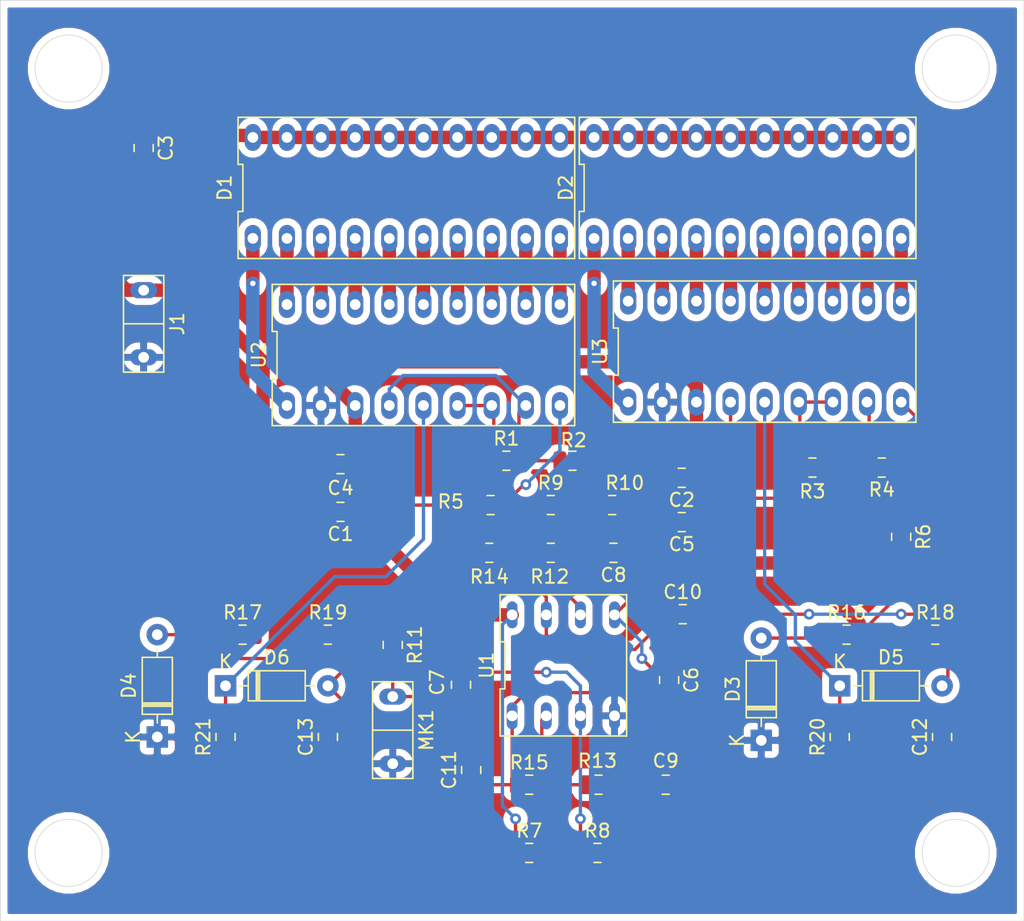
<source format=kicad_pcb>
(kicad_pcb (version 20171130) (host pcbnew "(5.1.6)-1")
  (layers (0 F.Cu signal hide) (31 B.Cu signal hide) (34 B.Paste user) (35 F.Paste user) (36 B.SilkS user) (37 F.SilkS user) (38 B.Mask user) (39 F.Mask user) (44 Edge.Cuts user))
  (net 0 "")
  (net 1 GND)
  (net 2 VCC)
  (net 3 Amp1_out)
  (net 4 Vop2)
  (net 5 "Net-(C7-Pad2)")
  (net 6 Vop1)
  (net 7 "Net-(C8-Pad2)")
  (net 8 "Net-(C9-Pad2)")
  (net 9 "Net-(C10-Pad2)")
  (net 10 "Net-(C10-Pad1)")
  (net 11 "Net-(C11-Pad2)")
  (net 12 Vpeak2)
  (net 13 Vpeak1)
  (net 14 "Net-(D1-Pad10)")
  (net 15 "Net-(D1-Pad9)")
  (net 16 "Net-(D1-Pad8)")
  (net 17 "Net-(D1-Pad7)")
  (net 18 "Net-(D1-Pad6)")
  (net 19 "Net-(D1-Pad5)")
  (net 20 "Net-(D1-Pad4)")
  (net 21 "Net-(D1-Pad3)")
  (net 22 "Net-(D1-Pad2)")
  (net 23 "Net-(D1-Pad1)")
  (net 24 "Net-(D2-Pad10)")
  (net 25 "Net-(D2-Pad9)")
  (net 26 "Net-(D2-Pad8)")
  (net 27 "Net-(D2-Pad7)")
  (net 28 "Net-(D2-Pad6)")
  (net 29 "Net-(D2-Pad5)")
  (net 30 "Net-(D2-Pad4)")
  (net 31 "Net-(D2-Pad3)")
  (net 32 "Net-(D2-Pad2)")
  (net 33 "Net-(D2-Pad1)")
  (net 34 "Net-(D3-Pad2)")
  (net 35 "Net-(D4-Pad2)")
  (net 36 "Net-(R1-Pad2)")
  (net 37 "Net-(R1-Pad1)")
  (net 38 "Net-(R3-Pad2)")
  (net 39 "Net-(R3-Pad1)")
  (net 40 "Net-(R5-Pad1)")
  (net 41 "Net-(R6-Pad1)")
  (net 42 "Net-(R12-Pad2)")
  (net 43 "Net-(R13-Pad2)")
  (module vu_meter:LM3915_PDIP (layer F.Cu) (at 138.176 54.102)
    (fp_text reference U3 (at -12.26 0 90) (layer F.SilkS))
    (fp_text value LM3915)
    (pad 9 thru_hole oval (at 10.16 3.76) (size 1.2 2) (drill 0.8) (layers *.Cu *.Mask) (net 41 "Net-(R6-Pad1)"))
    (pad 10 thru_hole oval (at 10.16 -3.76) (size 1.2 2) (drill 0.8) (layers *.Cu *.Mask) (net 24 "Net-(D2-Pad10)"))
    (pad 8 thru_hole oval (at 7.62 3.76) (size 1.2 2) (drill 0.8) (layers *.Cu *.Mask) (net 38 "Net-(R3-Pad2)"))
    (pad 11 thru_hole oval (at 7.62 -3.76) (size 1.2 2) (drill 0.8) (layers *.Cu *.Mask) (net 25 "Net-(D2-Pad9)"))
    (pad 7 thru_hole oval (at 5.08 3.76) (size 1.2 2) (drill 0.8) (layers *.Cu *.Mask) (net 39 "Net-(R3-Pad1)"))
    (pad 12 thru_hole oval (at 5.08 -3.76) (size 1.2 2) (drill 0.8) (layers *.Cu *.Mask) (net 26 "Net-(D2-Pad8)"))
    (pad 6 thru_hole oval (at 2.54 3.76) (size 1.2 2) (drill 0.8) (layers *.Cu *.Mask) (net 39 "Net-(R3-Pad1)"))
    (pad 13 thru_hole oval (at 2.54 -3.76) (size 1.2 2) (drill 0.8) (layers *.Cu *.Mask) (net 27 "Net-(D2-Pad7)"))
    (pad 5 thru_hole oval (at 0 3.76) (size 1.2 2) (drill 0.8) (layers *.Cu *.Mask) (net 12 Vpeak2))
    (pad 14 thru_hole oval (at 0 -3.76) (size 1.2 2) (drill 0.8) (layers *.Cu *.Mask) (net 28 "Net-(D2-Pad6)"))
    (pad 4 thru_hole oval (at -2.54 3.76) (size 1.2 2) (drill 0.8) (layers *.Cu *.Mask) (net 38 "Net-(R3-Pad2)"))
    (pad 15 thru_hole oval (at -2.54 -3.76) (size 1.2 2) (drill 0.8) (layers *.Cu *.Mask) (net 29 "Net-(D2-Pad5)"))
    (pad 3 thru_hole oval (at -5.08 3.76) (size 1.2 2) (drill 0.8) (layers *.Cu *.Mask) (net 2 VCC))
    (pad 16 thru_hole oval (at -5.08 -3.76) (size 1.2 2) (drill 0.8) (layers *.Cu *.Mask) (net 30 "Net-(D2-Pad4)"))
    (pad 2 thru_hole oval (at -7.62 3.76) (size 1.2 2) (drill 0.8) (layers *.Cu *.Mask) (net 1 GND))
    (pad 17 thru_hole oval (at -7.62 -3.76) (size 1.2 2) (drill 0.8) (layers *.Cu *.Mask) (net 31 "Net-(D2-Pad3)"))
    (pad 1 thru_hole oval (at -10.16 3.76) (size 1.2 2) (drill 0.8) (layers *.Cu *.Mask) (net 33 "Net-(D2-Pad1)"))
    (pad 18 thru_hole oval (at -10.16 -3.76) (size 1.2 2) (drill 0.8) (layers *.Cu *.Mask) (net 32 "Net-(D2-Pad2)"))
  )
  (module vu_meter:LM3915_PDIP (layer F.Cu) (at 112.776 54.356)
    (fp_text reference U2 (at -12.26 0 90) (layer F.SilkS))
    (fp_text value LM3915)
    (pad 9 thru_hole oval (at 10.16 3.76) (size 1.2 2) (drill 0.8) (layers *.Cu *.Mask) (net 40 "Net-(R5-Pad1)"))
    (pad 10 thru_hole oval (at 10.16 -3.76) (size 1.2 2) (drill 0.8) (layers *.Cu *.Mask) (net 14 "Net-(D1-Pad10)"))
    (pad 8 thru_hole oval (at 7.62 3.76) (size 1.2 2) (drill 0.8) (layers *.Cu *.Mask) (net 36 "Net-(R1-Pad2)"))
    (pad 11 thru_hole oval (at 7.62 -3.76) (size 1.2 2) (drill 0.8) (layers *.Cu *.Mask) (net 15 "Net-(D1-Pad9)"))
    (pad 7 thru_hole oval (at 5.08 3.76) (size 1.2 2) (drill 0.8) (layers *.Cu *.Mask) (net 37 "Net-(R1-Pad1)"))
    (pad 12 thru_hole oval (at 5.08 -3.76) (size 1.2 2) (drill 0.8) (layers *.Cu *.Mask) (net 16 "Net-(D1-Pad8)"))
    (pad 6 thru_hole oval (at 2.54 3.76) (size 1.2 2) (drill 0.8) (layers *.Cu *.Mask) (net 37 "Net-(R1-Pad1)"))
    (pad 13 thru_hole oval (at 2.54 -3.76) (size 1.2 2) (drill 0.8) (layers *.Cu *.Mask) (net 17 "Net-(D1-Pad7)"))
    (pad 5 thru_hole oval (at 0 3.76) (size 1.2 2) (drill 0.8) (layers *.Cu *.Mask) (net 13 Vpeak1))
    (pad 14 thru_hole oval (at 0 -3.76) (size 1.2 2) (drill 0.8) (layers *.Cu *.Mask) (net 18 "Net-(D1-Pad6)"))
    (pad 4 thru_hole oval (at -2.54 3.76) (size 1.2 2) (drill 0.8) (layers *.Cu *.Mask) (net 36 "Net-(R1-Pad2)"))
    (pad 15 thru_hole oval (at -2.54 -3.76) (size 1.2 2) (drill 0.8) (layers *.Cu *.Mask) (net 19 "Net-(D1-Pad5)"))
    (pad 3 thru_hole oval (at -5.08 3.76) (size 1.2 2) (drill 0.8) (layers *.Cu *.Mask) (net 2 VCC))
    (pad 16 thru_hole oval (at -5.08 -3.76) (size 1.2 2) (drill 0.8) (layers *.Cu *.Mask) (net 20 "Net-(D1-Pad4)"))
    (pad 2 thru_hole oval (at -7.62 3.76) (size 1.2 2) (drill 0.8) (layers *.Cu *.Mask) (net 1 GND))
    (pad 17 thru_hole oval (at -7.62 -3.76) (size 1.2 2) (drill 0.8) (layers *.Cu *.Mask) (net 21 "Net-(D1-Pad3)"))
    (pad 1 thru_hole oval (at -10.16 3.76) (size 1.2 2) (drill 0.8) (layers *.Cu *.Mask) (net 23 "Net-(D1-Pad1)"))
    (pad 18 thru_hole oval (at -10.16 -3.76) (size 1.2 2) (drill 0.8) (layers *.Cu *.Mask) (net 22 "Net-(D1-Pad2)"))
  )
  (module vu_meter:lm358 (layer F.Cu) (at 123.19 77.47)
    (fp_text reference U1 (at -5.71 0 90) (layer F.SilkS))
    (fp_text value LM358)
    (pad 4 thru_hole oval (at 3.81 3.76) (size 0.8 2) (drill 0.8) (layers *.Cu *.Mask) (net 1 GND))
    (pad 5 thru_hole oval (at 3.81 -3.76) (size 0.8 2) (drill 0.8) (layers *.Cu *.Mask) (net 4 Vop2))
    (pad 3 thru_hole oval (at 1.27 3.76) (size 0.8 2) (drill 0.8) (layers *.Cu *.Mask) (net 6 Vop1))
    (pad 6 thru_hole oval (at 1.27 -3.76) (size 0.8 2) (drill 0.8) (layers *.Cu *.Mask) (net 42 "Net-(R12-Pad2)"))
    (pad 2 thru_hole oval (at -1.27 3.76) (size 0.8 2) (drill 0.8) (layers *.Cu *.Mask) (net 43 "Net-(R13-Pad2)"))
    (pad 7 thru_hole oval (at -1.27 -3.76) (size 0.8 2) (drill 0.8) (layers *.Cu *.Mask) (net 10 "Net-(C10-Pad1)"))
    (pad 1 thru_hole oval (at -3.81 3.76) (size 0.8 2) (drill 0.8) (layers *.Cu *.Mask) (net 3 Amp1_out))
    (pad 8 thru_hole oval (at -3.81 -3.76) (size 0.8 2) (drill 0.8) (layers *.Cu *.Mask) (net 2 VCC))
  )
  (module Resistor_SMD:R_0805_2012Metric (layer F.Cu) (at 98.044 82.804 90)
    (fp_text reference R21 (at 0 -1.65 90) (layer F.SilkS))
    (fp_text value 1Meg)
    (pad 2 smd roundrect (at 0.9375 0 90) (size 0.975 1.4) (layers F.Cu F.Paste F.Mask) (net 13 Vpeak1))
    (pad 1 smd roundrect (at -0.9375 0 90) (size 0.975 1.4) (layers F.Cu F.Paste F.Mask) (net 1 GND))
  )
  (module Resistor_SMD:R_0805_2012Metric (layer F.Cu) (at 143.764 82.804 90)
    (fp_text reference R20 (at 0 -1.65 90) (layer F.SilkS))
    (fp_text value 1Meg)
    (pad 2 smd roundrect (at 0.9375 0 90) (size 0.975 1.4) (layers F.Cu F.Paste F.Mask) (net 12 Vpeak2))
    (pad 1 smd roundrect (at -0.9375 0 90) (size 0.975 1.4) (layers F.Cu F.Paste F.Mask) (net 1 GND))
  )
  (module Resistor_SMD:R_0805_2012Metric (layer F.Cu) (at 105.664 75.184)
    (fp_text reference R19 (at 0 -1.65) (layer F.SilkS))
    (fp_text value 2k)
    (pad 2 smd roundrect (at 0.9375 0) (size 0.975 1.4) (layers F.Cu F.Paste F.Mask) (net 11 "Net-(C11-Pad2)"))
    (pad 1 smd roundrect (at -0.9375 0) (size 0.975 1.4) (layers F.Cu F.Paste F.Mask) (net 35 "Net-(D4-Pad2)"))
  )
  (module Resistor_SMD:R_0805_2012Metric (layer F.Cu) (at 150.876 75.184)
    (fp_text reference R18 (at 0 -1.65) (layer F.SilkS))
    (fp_text value 2k)
    (pad 2 smd roundrect (at 0.9375 0) (size 0.975 1.4) (layers F.Cu F.Paste F.Mask) (net 9 "Net-(C10-Pad2)"))
    (pad 1 smd roundrect (at -0.9375 0) (size 0.975 1.4) (layers F.Cu F.Paste F.Mask) (net 34 "Net-(D3-Pad2)"))
  )
  (module Resistor_SMD:R_0805_2012Metric (layer F.Cu) (at 99.314 75.184)
    (fp_text reference R17 (at 0 -1.65) (layer F.SilkS))
    (fp_text value 2k)
    (pad 2 smd roundrect (at 0.9375 0) (size 0.975 1.4) (layers F.Cu F.Paste F.Mask) (net 2 VCC))
    (pad 1 smd roundrect (at -0.9375 0) (size 0.975 1.4) (layers F.Cu F.Paste F.Mask) (net 35 "Net-(D4-Pad2)"))
  )
  (module Resistor_SMD:R_0805_2012Metric (layer F.Cu) (at 144.272 75.184)
    (fp_text reference R16 (at 0 -1.65) (layer F.SilkS))
    (fp_text value 2k)
    (pad 2 smd roundrect (at 0.9375 0) (size 0.975 1.4) (layers F.Cu F.Paste F.Mask) (net 2 VCC))
    (pad 1 smd roundrect (at -0.9375 0) (size 0.975 1.4) (layers F.Cu F.Paste F.Mask) (net 34 "Net-(D3-Pad2)"))
  )
  (module Resistor_SMD:R_0805_2012Metric (layer F.Cu) (at 120.65 86.36)
    (fp_text reference R15 (at 0 -1.65) (layer F.SilkS))
    (fp_text value 1Meg)
    (pad 2 smd roundrect (at 0.9375 0) (size 0.975 1.4) (layers F.Cu F.Paste F.Mask) (net 43 "Net-(R13-Pad2)"))
    (pad 1 smd roundrect (at -0.9375 0) (size 0.975 1.4) (layers F.Cu F.Paste F.Mask) (net 3 Amp1_out))
  )
  (module Resistor_SMD:R_0805_2012Metric (layer F.Cu) (at 117.6805 69.088)
    (fp_text reference R14 (at 0 1.778) (layer F.SilkS))
    (fp_text value 1Meg)
    (pad 2 smd roundrect (at 0.9375 0) (size 0.975 1.4) (layers F.Cu F.Paste F.Mask) (net 42 "Net-(R12-Pad2)"))
    (pad 1 smd roundrect (at -0.9375 0) (size 0.975 1.4) (layers F.Cu F.Paste F.Mask) (net 10 "Net-(C10-Pad1)"))
  )
  (module Resistor_SMD:R_0805_2012Metric (layer F.Cu) (at 125.8085 86.36 180)
    (fp_text reference R13 (at 0.0785 1.778) (layer F.SilkS))
    (fp_text value 20k)
    (pad 2 smd roundrect (at 0.9375 0 180) (size 0.975 1.4) (layers F.Cu F.Paste F.Mask) (net 43 "Net-(R13-Pad2)"))
    (pad 1 smd roundrect (at -0.9375 0 180) (size 0.975 1.4) (layers F.Cu F.Paste F.Mask) (net 8 "Net-(C9-Pad2)"))
  )
  (module Resistor_SMD:R_0805_2012Metric (layer F.Cu) (at 122.2525 69.088 180)
    (fp_text reference R12 (at 0.0785 -1.778) (layer F.SilkS))
    (fp_text value 31.6k)
    (pad 2 smd roundrect (at 0.9375 0 180) (size 0.975 1.4) (layers F.Cu F.Paste F.Mask) (net 42 "Net-(R12-Pad2)"))
    (pad 1 smd roundrect (at -0.9375 0 180) (size 0.975 1.4) (layers F.Cu F.Paste F.Mask) (net 7 "Net-(C8-Pad2)"))
  )
  (module Resistor_SMD:R_0805_2012Metric (layer F.Cu) (at 110.49 75.946 270)
    (fp_text reference R11 (at 0 -1.65 270) (layer F.SilkS))
    (fp_text value 10k)
    (pad 2 smd roundrect (at 0.9375 0 270) (size 0.975 1.4) (layers F.Cu F.Paste F.Mask) (net 5 "Net-(C7-Pad2)"))
    (pad 1 smd roundrect (at -0.9375 0 270) (size 0.975 1.4) (layers F.Cu F.Paste F.Mask) (net 2 VCC))
  )
  (module Resistor_SMD:R_0805_2012Metric (layer F.Cu) (at 126.8245 65.532)
    (fp_text reference R10 (at 0.9375 -1.65) (layer F.SilkS))
    (fp_text value 47k)
    (pad 2 smd roundrect (at 0.9375 0) (size 0.975 1.4) (layers F.Cu F.Paste F.Mask) (net 1 GND))
    (pad 1 smd roundrect (at -0.9375 0) (size 0.975 1.4) (layers F.Cu F.Paste F.Mask) (net 4 Vop2))
  )
  (module Resistor_SMD:R_0805_2012Metric (layer F.Cu) (at 122.2525 65.532)
    (fp_text reference R9 (at 0 -1.65) (layer F.SilkS))
    (fp_text value 100k)
    (pad 2 smd roundrect (at 0.9375 0) (size 0.975 1.4) (layers F.Cu F.Paste F.Mask) (net 4 Vop2))
    (pad 1 smd roundrect (at -0.9375 0) (size 0.975 1.4) (layers F.Cu F.Paste F.Mask) (net 2 VCC))
  )
  (module Resistor_SMD:R_0805_2012Metric (layer F.Cu) (at 125.73 91.44)
    (fp_text reference R8 (at 0 -1.65) (layer F.SilkS))
    (fp_text value 47k)
    (pad 2 smd roundrect (at 0.9375 0) (size 0.975 1.4) (layers F.Cu F.Paste F.Mask) (net 1 GND))
    (pad 1 smd roundrect (at -0.9375 0) (size 0.975 1.4) (layers F.Cu F.Paste F.Mask) (net 6 Vop1))
  )
  (module Resistor_SMD:R_0805_2012Metric (layer F.Cu) (at 120.65 91.44)
    (fp_text reference R7 (at 0 -1.65) (layer F.SilkS))
    (fp_text value 100k)
    (pad 2 smd roundrect (at 0.9375 0) (size 0.975 1.4) (layers F.Cu F.Paste F.Mask) (net 6 Vop1))
    (pad 1 smd roundrect (at -0.9375 0) (size 0.975 1.4) (layers F.Cu F.Paste F.Mask) (net 2 VCC))
  )
  (module Resistor_SMD:R_0805_2012Metric (layer F.Cu) (at 148.336 67.8965 270)
    (fp_text reference R6 (at 0 -1.65 90) (layer F.SilkS))
    (fp_text value 10k)
    (pad 2 smd roundrect (at 0.9375 0 270) (size 0.975 1.4) (layers F.Cu F.Paste F.Mask) (net 2 VCC))
    (pad 1 smd roundrect (at -0.9375 0 270) (size 0.975 1.4) (layers F.Cu F.Paste F.Mask) (net 41 "Net-(R6-Pad1)"))
  )
  (module Resistor_SMD:R_0805_2012Metric (layer F.Cu) (at 117.7775 65.532 180)
    (fp_text reference R5 (at 2.9695 0.254) (layer F.SilkS))
    (fp_text value 10k)
    (pad 2 smd roundrect (at 0.9375 0 180) (size 0.975 1.4) (layers F.Cu F.Paste F.Mask) (net 2 VCC))
    (pad 1 smd roundrect (at -0.9375 0 180) (size 0.975 1.4) (layers F.Cu F.Paste F.Mask) (net 40 "Net-(R5-Pad1)"))
  )
  (module Resistor_SMD:R_0805_2012Metric (layer F.Cu) (at 146.8905 62.738 180)
    (fp_text reference R4 (at 0 -1.65) (layer F.SilkS))
    (fp_text value 332)
    (pad 2 smd roundrect (at 0.9375 0 180) (size 0.975 1.4) (layers F.Cu F.Paste F.Mask) (net 38 "Net-(R3-Pad2)"))
    (pad 1 smd roundrect (at -0.9375 0 180) (size 0.975 1.4) (layers F.Cu F.Paste F.Mask) (net 1 GND))
  )
  (module Resistor_SMD:R_0805_2012Metric (layer F.Cu) (at 141.732 62.738)
    (fp_text reference R3 (at 0 1.778) (layer F.SilkS))
    (fp_text value 1k)
    (pad 2 smd roundrect (at 0.9375 0) (size 0.975 1.4) (layers F.Cu F.Paste F.Mask) (net 38 "Net-(R3-Pad2)"))
    (pad 1 smd roundrect (at -0.9375 0) (size 0.975 1.4) (layers F.Cu F.Paste F.Mask) (net 39 "Net-(R3-Pad1)"))
  )
  (module Resistor_SMD:R_0805_2012Metric (layer F.Cu) (at 123.8735 62.23 180)
    (fp_text reference R2 (at -0.0785 1.524) (layer F.SilkS))
    (fp_text value 332)
    (pad 2 smd roundrect (at 0.9375 0 180) (size 0.975 1.4) (layers F.Cu F.Paste F.Mask) (net 36 "Net-(R1-Pad2)"))
    (pad 1 smd roundrect (at -0.9375 0 180) (size 0.975 1.4) (layers F.Cu F.Paste F.Mask) (net 1 GND))
  )
  (module Resistor_SMD:R_0805_2012Metric (layer F.Cu) (at 118.9505 62.23)
    (fp_text reference R1 (at 0 -1.65) (layer F.SilkS))
    (fp_text value 1k)
    (pad 2 smd roundrect (at 0.9375 0) (size 0.975 1.4) (layers F.Cu F.Paste F.Mask) (net 36 "Net-(R1-Pad2)"))
    (pad 1 smd roundrect (at -0.9375 0) (size 0.975 1.4) (layers F.Cu F.Paste F.Mask) (net 37 "Net-(R1-Pad1)"))
  )
  (module vu_meter:screw_terminal (layer F.Cu) (at 110.49 82.296 90)
    (fp_text reference MK1 (at 0 2.5 90) (layer F.SilkS))
    (fp_text value MIC)
    (pad 2 thru_hole oval (at 2.5 0 90) (size 1.2 2) (drill 0.8) (layers *.Cu *.Mask) (net 5 "Net-(C7-Pad2)"))
    (pad 1 thru_hole oval (at -2.5 0 90) (size 1.2 2) (drill 0.8) (layers *.Cu *.Mask) (net 1 GND))
  )
  (module vu_meter:screw_terminal (layer F.Cu) (at 91.948 52.03 90)
    (fp_text reference J1 (at 0 2.5 90) (layer F.SilkS))
    (fp_text value Screw_Terminal_01x02)
    (pad 2 thru_hole oval (at 2.5 0 90) (size 1.2 2) (drill 0.8) (layers *.Cu *.Mask) (net 2 VCC))
    (pad 1 thru_hole oval (at -2.5 0 90) (size 1.2 2) (drill 0.8) (layers *.Cu *.Mask) (net 1 GND))
  )
  (module Diode_THT:D_DO-35_SOD27_P7.62mm_Horizontal (layer F.Cu) (at 98.044 78.994)
    (fp_text reference D6 (at 3.81 -2.12) (layer F.SilkS))
    (fp_text value 1N4148)
    (fp_text user K (at 0 -1.8) (layer F.SilkS))
    (pad 2 thru_hole oval (at 7.62 0) (size 1.6 1.6) (drill 0.8) (layers *.Cu *.Mask) (net 11 "Net-(C11-Pad2)"))
    (pad 1 thru_hole rect (at 0 0) (size 1.6 1.6) (drill 0.8) (layers *.Cu *.Mask) (net 13 Vpeak1))
  )
  (module Diode_THT:D_DO-35_SOD27_P7.62mm_Horizontal (layer F.Cu) (at 143.764 78.994)
    (fp_text reference D5 (at 3.81 -2.12) (layer F.SilkS))
    (fp_text value 1N4148)
    (fp_text user K (at 0 -1.8) (layer F.SilkS))
    (pad 2 thru_hole oval (at 7.62 0) (size 1.6 1.6) (drill 0.8) (layers *.Cu *.Mask) (net 9 "Net-(C10-Pad2)"))
    (pad 1 thru_hole rect (at 0 0) (size 1.6 1.6) (drill 0.8) (layers *.Cu *.Mask) (net 12 Vpeak2))
  )
  (module Diode_THT:D_DO-35_SOD27_P7.62mm_Horizontal (layer F.Cu) (at 92.964 82.804 90)
    (fp_text reference D4 (at 3.81 -2.12 90) (layer F.SilkS))
    (fp_text value 1N4148)
    (fp_text user K (at 0 -1.8 90) (layer F.SilkS))
    (pad 2 thru_hole oval (at 7.62 0 90) (size 1.6 1.6) (drill 0.8) (layers *.Cu *.Mask) (net 35 "Net-(D4-Pad2)"))
    (pad 1 thru_hole rect (at 0 0 90) (size 1.6 1.6) (drill 0.8) (layers *.Cu *.Mask) (net 1 GND))
  )
  (module Diode_THT:D_DO-35_SOD27_P7.62mm_Horizontal (layer F.Cu) (at 137.922 83.058 90)
    (fp_text reference D3 (at 3.81 -2.12 90) (layer F.SilkS))
    (fp_text value 1N4148)
    (fp_text user K (at 0 -1.8 90) (layer F.SilkS))
    (pad 2 thru_hole oval (at 7.62 0 90) (size 1.6 1.6) (drill 0.8) (layers *.Cu *.Mask) (net 34 "Net-(D3-Pad2)"))
    (pad 1 thru_hole rect (at 0 0 90) (size 1.6 1.6) (drill 0.8) (layers *.Cu *.Mask) (net 1 GND))
  )
  (module vu_meter:LED_bar_graph (layer F.Cu) (at 136.906 41.91)
    (fp_text reference D2 (at -13.53 0 90) (layer F.SilkS))
    (fp_text value LED_bar_graph)
    (pad 10 thru_hole oval (at 11.43 3.76) (size 1.2 2) (drill 0.8) (layers *.Cu *.Mask) (net 24 "Net-(D2-Pad10)"))
    (pad 11 thru_hole oval (at 11.43 -3.76) (size 1.2 2) (drill 0.8) (layers *.Cu *.Mask) (net 2 VCC))
    (pad 9 thru_hole oval (at 8.89 3.76) (size 1.2 2) (drill 0.8) (layers *.Cu *.Mask) (net 25 "Net-(D2-Pad9)"))
    (pad 12 thru_hole oval (at 8.89 -3.76) (size 1.2 2) (drill 0.8) (layers *.Cu *.Mask) (net 2 VCC))
    (pad 8 thru_hole oval (at 6.35 3.76) (size 1.2 2) (drill 0.8) (layers *.Cu *.Mask) (net 26 "Net-(D2-Pad8)"))
    (pad 13 thru_hole oval (at 6.35 -3.76) (size 1.2 2) (drill 0.8) (layers *.Cu *.Mask) (net 2 VCC))
    (pad 7 thru_hole oval (at 3.81 3.76) (size 1.2 2) (drill 0.8) (layers *.Cu *.Mask) (net 27 "Net-(D2-Pad7)"))
    (pad 14 thru_hole oval (at 3.81 -3.76) (size 1.2 2) (drill 0.8) (layers *.Cu *.Mask) (net 2 VCC))
    (pad 6 thru_hole oval (at 1.27 3.76) (size 1.2 2) (drill 0.8) (layers *.Cu *.Mask) (net 28 "Net-(D2-Pad6)"))
    (pad 15 thru_hole oval (at 1.27 -3.76) (size 1.2 2) (drill 0.8) (layers *.Cu *.Mask) (net 2 VCC))
    (pad 5 thru_hole oval (at -1.27 3.76) (size 1.2 2) (drill 0.8) (layers *.Cu *.Mask) (net 29 "Net-(D2-Pad5)"))
    (pad 16 thru_hole oval (at -1.27 -3.76) (size 1.2 2) (drill 0.8) (layers *.Cu *.Mask) (net 2 VCC))
    (pad 4 thru_hole oval (at -3.81 3.76) (size 1.2 2) (drill 0.8) (layers *.Cu *.Mask) (net 30 "Net-(D2-Pad4)"))
    (pad 17 thru_hole oval (at -3.81 -3.76) (size 1.2 2) (drill 0.8) (layers *.Cu *.Mask) (net 2 VCC))
    (pad 3 thru_hole oval (at -6.35 3.76) (size 1.2 2) (drill 0.8) (layers *.Cu *.Mask) (net 31 "Net-(D2-Pad3)"))
    (pad 18 thru_hole oval (at -6.35 -3.76) (size 1.2 2) (drill 0.8) (layers *.Cu *.Mask) (net 2 VCC))
    (pad 2 thru_hole oval (at -8.89 3.76) (size 1.2 2) (drill 0.8) (layers *.Cu *.Mask) (net 32 "Net-(D2-Pad2)"))
    (pad 19 thru_hole oval (at -8.89 -3.76) (size 1.2 2) (drill 0.8) (layers *.Cu *.Mask) (net 2 VCC))
    (pad 1 thru_hole oval (at -11.43 3.76) (size 1.2 2) (drill 0.8) (layers *.Cu *.Mask) (net 33 "Net-(D2-Pad1)"))
    (pad 20 thru_hole oval (at -11.43 -3.76) (size 1.2 2) (drill 0.8) (layers *.Cu *.Mask) (net 2 VCC))
  )
  (module vu_meter:LED_bar_graph (layer F.Cu) (at 111.506 41.91)
    (fp_text reference D1 (at -13.53 0 90) (layer F.SilkS))
    (fp_text value LED_bar_graph)
    (pad 10 thru_hole oval (at 11.43 3.76) (size 1.2 2) (drill 0.8) (layers *.Cu *.Mask) (net 14 "Net-(D1-Pad10)"))
    (pad 11 thru_hole oval (at 11.43 -3.76) (size 1.2 2) (drill 0.8) (layers *.Cu *.Mask) (net 2 VCC))
    (pad 9 thru_hole oval (at 8.89 3.76) (size 1.2 2) (drill 0.8) (layers *.Cu *.Mask) (net 15 "Net-(D1-Pad9)"))
    (pad 12 thru_hole oval (at 8.89 -3.76) (size 1.2 2) (drill 0.8) (layers *.Cu *.Mask) (net 2 VCC))
    (pad 8 thru_hole oval (at 6.35 3.76) (size 1.2 2) (drill 0.8) (layers *.Cu *.Mask) (net 16 "Net-(D1-Pad8)"))
    (pad 13 thru_hole oval (at 6.35 -3.76) (size 1.2 2) (drill 0.8) (layers *.Cu *.Mask) (net 2 VCC))
    (pad 7 thru_hole oval (at 3.81 3.76) (size 1.2 2) (drill 0.8) (layers *.Cu *.Mask) (net 17 "Net-(D1-Pad7)"))
    (pad 14 thru_hole oval (at 3.81 -3.76) (size 1.2 2) (drill 0.8) (layers *.Cu *.Mask) (net 2 VCC))
    (pad 6 thru_hole oval (at 1.27 3.76) (size 1.2 2) (drill 0.8) (layers *.Cu *.Mask) (net 18 "Net-(D1-Pad6)"))
    (pad 15 thru_hole oval (at 1.27 -3.76) (size 1.2 2) (drill 0.8) (layers *.Cu *.Mask) (net 2 VCC))
    (pad 5 thru_hole oval (at -1.27 3.76) (size 1.2 2) (drill 0.8) (layers *.Cu *.Mask) (net 19 "Net-(D1-Pad5)"))
    (pad 16 thru_hole oval (at -1.27 -3.76) (size 1.2 2) (drill 0.8) (layers *.Cu *.Mask) (net 2 VCC))
    (pad 4 thru_hole oval (at -3.81 3.76) (size 1.2 2) (drill 0.8) (layers *.Cu *.Mask) (net 20 "Net-(D1-Pad4)"))
    (pad 17 thru_hole oval (at -3.81 -3.76) (size 1.2 2) (drill 0.8) (layers *.Cu *.Mask) (net 2 VCC))
    (pad 3 thru_hole oval (at -6.35 3.76) (size 1.2 2) (drill 0.8) (layers *.Cu *.Mask) (net 21 "Net-(D1-Pad3)"))
    (pad 18 thru_hole oval (at -6.35 -3.76) (size 1.2 2) (drill 0.8) (layers *.Cu *.Mask) (net 2 VCC))
    (pad 2 thru_hole oval (at -8.89 3.76) (size 1.2 2) (drill 0.8) (layers *.Cu *.Mask) (net 22 "Net-(D1-Pad2)"))
    (pad 19 thru_hole oval (at -8.89 -3.76) (size 1.2 2) (drill 0.8) (layers *.Cu *.Mask) (net 2 VCC))
    (pad 1 thru_hole oval (at -11.43 3.76) (size 1.2 2) (drill 0.8) (layers *.Cu *.Mask) (net 23 "Net-(D1-Pad1)"))
    (pad 20 thru_hole oval (at -11.43 -3.76) (size 1.2 2) (drill 0.8) (layers *.Cu *.Mask) (net 2 VCC))
  )
  (module Capacitor_SMD:C_0805_2012Metric (layer F.Cu) (at 105.664 82.804 90)
    (fp_text reference C13 (at 0 -1.65 90) (layer F.SilkS))
    (fp_text value 0.1u)
    (pad 2 smd roundrect (at 0.9375 0 90) (size 0.975 1.4) (layers F.Cu F.Paste F.Mask) (net 13 Vpeak1))
    (pad 1 smd roundrect (at -0.9375 0 90) (size 0.975 1.4) (layers F.Cu F.Paste F.Mask) (net 1 GND))
  )
  (module Capacitor_SMD:C_0805_2012Metric (layer F.Cu) (at 151.384 82.804 90)
    (fp_text reference C12 (at 0 -1.65 90) (layer F.SilkS))
    (fp_text value 0.1u)
    (pad 2 smd roundrect (at 0.9375 0 90) (size 0.975 1.4) (layers F.Cu F.Paste F.Mask) (net 12 Vpeak2))
    (pad 1 smd roundrect (at -0.9375 0 90) (size 0.975 1.4) (layers F.Cu F.Paste F.Mask) (net 1 GND))
  )
  (module Capacitor_SMD:C_0805_2012Metric (layer F.Cu) (at 116.332 85.2655 90)
    (fp_text reference C11 (at 0 -1.65 90) (layer F.SilkS))
    (fp_text value 4.7u)
    (pad 2 smd roundrect (at 0.9375 0 90) (size 0.975 1.4) (layers F.Cu F.Paste F.Mask) (net 11 "Net-(C11-Pad2)"))
    (pad 1 smd roundrect (at -0.9375 0 90) (size 0.975 1.4) (layers F.Cu F.Paste F.Mask) (net 3 Amp1_out))
  )
  (module Capacitor_SMD:C_0805_2012Metric (layer F.Cu) (at 132.08 73.66)
    (fp_text reference C10 (at 0 -1.65) (layer F.SilkS))
    (fp_text value 4.7u)
    (pad 2 smd roundrect (at 0.9375 0) (size 0.975 1.4) (layers F.Cu F.Paste F.Mask) (net 9 "Net-(C10-Pad2)"))
    (pad 1 smd roundrect (at -0.9375 0) (size 0.975 1.4) (layers F.Cu F.Paste F.Mask) (net 10 "Net-(C10-Pad1)"))
  )
  (module Capacitor_SMD:C_0805_2012Metric (layer F.Cu) (at 130.81 86.36 180)
    (fp_text reference C9 (at 0 1.778 180) (layer F.SilkS))
    (fp_text value 4.7u)
    (pad 2 smd roundrect (at 0.9375 0 180) (size 0.975 1.4) (layers F.Cu F.Paste F.Mask) (net 8 "Net-(C9-Pad2)"))
    (pad 1 smd roundrect (at -0.9375 0 180) (size 0.975 1.4) (layers F.Cu F.Paste F.Mask) (net 1 GND))
  )
  (module Capacitor_SMD:C_0805_2012Metric (layer F.Cu) (at 126.9215 69.088 180)
    (fp_text reference C8 (at 0 -1.65) (layer F.SilkS))
    (fp_text value 4.7u)
    (pad 2 smd roundrect (at 0.9375 0 180) (size 0.975 1.4) (layers F.Cu F.Paste F.Mask) (net 7 "Net-(C8-Pad2)"))
    (pad 1 smd roundrect (at -0.9375 0 180) (size 0.975 1.4) (layers F.Cu F.Paste F.Mask) (net 1 GND))
  )
  (module Capacitor_SMD:C_0805_2012Metric (layer F.Cu) (at 115.57 78.9155 270)
    (fp_text reference C7 (at -0.1755 1.778 90) (layer F.SilkS))
    (fp_text value 0.47u)
    (pad 2 smd roundrect (at 0.9375 0 270) (size 0.975 1.4) (layers F.Cu F.Paste F.Mask) (net 5 "Net-(C7-Pad2)"))
    (pad 1 smd roundrect (at -0.9375 0 270) (size 0.975 1.4) (layers F.Cu F.Paste F.Mask) (net 6 Vop1))
  )
  (module Capacitor_SMD:C_0805_2012Metric (layer F.Cu) (at 131.064 78.5645 270)
    (fp_text reference C6 (at 0 -1.65 90) (layer F.SilkS))
    (fp_text value .47u)
    (pad 2 smd roundrect (at 0.9375 0 270) (size 0.975 1.4) (layers F.Cu F.Paste F.Mask) (net 3 Amp1_out))
    (pad 1 smd roundrect (at -0.9375 0 270) (size 0.975 1.4) (layers F.Cu F.Paste F.Mask) (net 4 Vop2))
  )
  (module Capacitor_SMD:C_0805_2012Metric (layer F.Cu) (at 132.0015 66.802 180)
    (fp_text reference C5 (at 0 -1.65) (layer F.SilkS))
    (fp_text value 47n)
    (pad 2 smd roundrect (at 0.9375 0 180) (size 0.975 1.4) (layers F.Cu F.Paste F.Mask) (net 1 GND))
    (pad 1 smd roundrect (at -0.9375 0 180) (size 0.975 1.4) (layers F.Cu F.Paste F.Mask) (net 2 VCC))
  )
  (module Capacitor_SMD:C_0805_2012Metric (layer F.Cu) (at 106.6015 62.484 180)
    (fp_text reference C4 (at 0 -1.778) (layer F.SilkS))
    (fp_text value 47n)
    (pad 2 smd roundrect (at 0.9375 0 180) (size 0.975 1.4) (layers F.Cu F.Paste F.Mask) (net 1 GND))
    (pad 1 smd roundrect (at -0.9375 0 180) (size 0.975 1.4) (layers F.Cu F.Paste F.Mask) (net 2 VCC))
  )
  (module Capacitor_SMD:C_0805_2012Metric (layer F.Cu) (at 91.948 38.9405 270)
    (fp_text reference C3 (at 0 -1.65 90) (layer F.SilkS))
    (fp_text value 22u)
    (pad 2 smd roundrect (at 0.9375 0 270) (size 0.975 1.4) (layers F.Cu F.Paste F.Mask) (net 1 GND))
    (pad 1 smd roundrect (at -0.9375 0 270) (size 0.975 1.4) (layers F.Cu F.Paste F.Mask) (net 2 VCC))
  )
  (module Capacitor_SMD:C_0805_2012Metric (layer F.Cu) (at 132.0015 63.5 180)
    (fp_text reference C2 (at 0 -1.65) (layer F.SilkS))
    (fp_text value 2.2u)
    (pad 2 smd roundrect (at 0.9375 0 180) (size 0.975 1.4) (layers F.Cu F.Paste F.Mask) (net 1 GND))
    (pad 1 smd roundrect (at -0.9375 0 180) (size 0.975 1.4) (layers F.Cu F.Paste F.Mask) (net 2 VCC))
  )
  (module Capacitor_SMD:C_0805_2012Metric (layer F.Cu) (at 106.6015 66.04 180)
    (fp_text reference C1 (at 0 -1.65) (layer F.SilkS))
    (fp_text value 2.2u)
    (pad 2 smd roundrect (at 0.9375 0 180) (size 0.975 1.4) (layers F.Cu F.Paste F.Mask) (net 1 GND))
    (pad 1 smd roundrect (at -0.9375 0 180) (size 0.975 1.4) (layers F.Cu F.Paste F.Mask) (net 2 VCC))
  )
  (gr_circle (center 86.36 91.44) (end 88.86 91.44) (layer Edge.Cuts) (width 0.05))
  (gr_circle (center 86.36 33.02) (end 88.86 33.02) (layer Edge.Cuts) (width 0.05))
  (gr_circle (center 152.4 33.02) (end 154.9 33.02) (layer Edge.Cuts) (width 0.05))
  (gr_line (start 81.28 96.52) (end 157.48 96.52) (layer Edge.Cuts) (width 0.05))
  (gr_line (start 81.28 27.94) (end 81.28 33.02) (layer Edge.Cuts) (width 0.05))
  (gr_line (start 157.48 27.94) (end 81.28 27.94) (layer Edge.Cuts) (width 0.05))
  (gr_line (start 157.48 33.02) (end 157.48 27.94) (layer Edge.Cuts) (width 0.05))
  (gr_circle (center 152.4 91.44) (end 154.9 91.44) (layer Edge.Cuts) (width 0.05))
  (gr_line (start 81.28 96.52) (end 81.28 33.02) (layer Edge.Cuts) (width 0.05))
  (gr_line (start 157.48 33.02) (end 157.48 96.52) (layer Edge.Cuts) (width 0.05))
  (segment (start 91.948 49.53) (end 90.678 49.53) (width 1) (layer F.Cu) (net 2))
  (segment (start 90.678 49.53) (end 88.646 47.498) (width 1) (layer F.Cu) (net 2))
  (segment (start 88.646 47.498) (end 88.646 40.605) (width 1) (layer F.Cu) (net 2))
  (segment (start 91.248 38.003) (end 91.948 38.003) (width 1) (layer F.Cu) (net 2))
  (segment (start 88.646 40.605) (end 91.248 38.003) (width 1) (layer F.Cu) (net 2))
  (segment (start 99.929 38.003) (end 100.076 38.15) (width 1) (layer F.Cu) (net 2))
  (segment (start 91.948 38.003) (end 99.929 38.003) (width 1) (layer F.Cu) (net 2))
  (segment (start 100.076 38.15) (end 148.336 38.15) (width 1) (layer F.Cu) (net 2))
  (segment (start 91.948 49.53) (end 95.504 49.53) (width 1) (layer F.Cu) (net 2))
  (segment (start 95.504 49.53) (end 100.838 54.864) (width 1) (layer F.Cu) (net 2))
  (segment (start 104.444 54.864) (end 107.696 58.116) (width 1) (layer F.Cu) (net 2))
  (segment (start 100.838 54.864) (end 104.444 54.864) (width 1) (layer F.Cu) (net 2))
  (segment (start 133.096 56.642) (end 133.096 57.862) (width 1) (layer F.Cu) (net 2))
  (segment (start 131.318 54.864) (end 133.096 56.642) (width 1) (layer F.Cu) (net 2))
  (segment (start 131.318 54.864) (end 107.95 54.864) (width 1) (layer F.Cu) (net 2))
  (segment (start 107.95 54.864) (end 104.444 54.864) (width 1) (layer F.Cu) (net 2))
  (segment (start 107.696 62.327) (end 107.539 62.484) (width 1) (layer F.Cu) (net 2))
  (segment (start 107.696 58.116) (end 107.696 62.327) (width 1) (layer F.Cu) (net 2))
  (segment (start 107.539 62.484) (end 107.539 66.04) (width 1) (layer F.Cu) (net 2))
  (segment (start 133.096 63.343) (end 132.939 63.5) (width 1) (layer F.Cu) (net 2))
  (segment (start 133.096 57.862) (end 133.096 63.343) (width 1) (layer F.Cu) (net 2))
  (segment (start 132.939 63.5) (end 132.939 66.802) (width 1) (layer F.Cu) (net 2))
  (segment (start 119.38 73.71) (end 115.209 73.71) (width 1) (layer F.Cu) (net 2))
  (segment (start 110.49 75.0085) (end 112.1895 75.0085) (width 1) (layer F.Cu) (net 2))
  (segment (start 115.209 73.71) (end 114.3485 72.8495) (width 1) (layer F.Cu) (net 2))
  (segment (start 112.1895 75.0085) (end 114.3485 72.8495) (width 1) (layer F.Cu) (net 2))
  (segment (start 100.2515 75.184) (end 100.2515 73.7385) (width 1) (layer F.Cu) (net 2))
  (segment (start 100.838 73.152) (end 100.838 54.864) (width 1) (layer F.Cu) (net 2))
  (segment (start 100.2515 73.7385) (end 100.838 73.152) (width 1) (layer F.Cu) (net 2))
  (segment (start 145.2095 75.184) (end 145.2095 74.3435) (width 1) (layer F.Cu) (net 2))
  (segment (start 145.2095 74.3435) (end 140.716 69.85) (width 1) (layer F.Cu) (net 2))
  (segment (start 135.987 69.85) (end 132.939 66.802) (width 1) (layer F.Cu) (net 2))
  (segment (start 140.716 69.85) (end 135.987 69.85) (width 1) (layer F.Cu) (net 2))
  (segment (start 110.0305 68.5315) (end 110.0305 67.0075) (width 0.25) (layer F.Cu) (net 2))
  (segment (start 110.0305 68.5315) (end 107.539 66.04) (width 1) (layer F.Cu) (net 2))
  (segment (start 114.3485 72.8495) (end 110.0305 68.5315) (width 1) (layer F.Cu) (net 2))
  (segment (start 111.506 65.532) (end 116.84 65.532) (width 0.25) (layer F.Cu) (net 2))
  (segment (start 110.0305 67.0075) (end 111.506 65.532) (width 0.25) (layer F.Cu) (net 2))
  (segment (start 120.396 67.056) (end 117.094 67.056) (width 0.25) (layer F.Cu) (net 2))
  (segment (start 121.315 65.532) (end 121.315 66.645) (width 0.25) (layer F.Cu) (net 2))
  (segment (start 121.315 66.645) (end 120.396 67.056) (width 0.25) (layer F.Cu) (net 2))
  (segment (start 117.094 67.056) (end 116.84 66.802) (width 0.25) (layer F.Cu) (net 2))
  (segment (start 116.84 66.802) (end 116.84 65.532) (width 0.25) (layer F.Cu) (net 2))
  (segment (start 148.336 72.0575) (end 145.2095 75.184) (width 0.25) (layer F.Cu) (net 2))
  (segment (start 148.336 68.834) (end 148.336 72.0575) (width 0.25) (layer F.Cu) (net 2))
  (segment (start 118.65499 74.43501) (end 118.65499 87.92099) (width 0.25) (layer B.Cu) (net 2))
  (segment (start 119.38 73.71) (end 118.65499 74.43501) (width 0.25) (layer B.Cu) (net 2))
  (segment (start 118.65499 87.92099) (end 119.634 88.9) (width 0.25) (layer B.Cu) (net 2))
  (segment (start 119.634 88.9) (end 119.634 88.9) (width 0.25) (layer B.Cu) (net 2))
  (via (at 119.634 88.9) (size 0.8) (drill 0.4) (layers F.Cu B.Cu) (net 2))
  (segment (start 119.634 91.3615) (end 119.7125 91.44) (width 0.25) (layer F.Cu) (net 2))
  (segment (start 119.634 88.9) (end 119.634 91.3615) (width 0.25) (layer F.Cu) (net 2))
  (segment (start 119.38 86.0275) (end 119.7125 86.36) (width 0.25) (layer F.Cu) (net 3))
  (segment (start 119.38 81.23) (end 119.38 86.0275) (width 0.25) (layer F.Cu) (net 3))
  (segment (start 116.489 86.36) (end 116.332 86.203) (width 0.25) (layer F.Cu) (net 3))
  (segment (start 119.7125 86.36) (end 116.489 86.36) (width 0.25) (layer F.Cu) (net 3))
  (segment (start 119.38 81.23) (end 119.38 80.518) (width 0.25) (layer F.Cu) (net 3))
  (segment (start 120.396 79.502) (end 131.064 79.502) (width 0.25) (layer F.Cu) (net 3))
  (segment (start 119.38 80.518) (end 120.396 79.502) (width 0.25) (layer F.Cu) (net 3))
  (segment (start 123.19 65.532) (end 125.887 65.532) (width 0.25) (layer F.Cu) (net 4))
  (segment (start 125.887 65.532) (end 127.665 67.31) (width 0.25) (layer F.Cu) (net 4))
  (segment (start 127.665 67.31) (end 129.032 67.31) (width 0.25) (layer F.Cu) (net 4))
  (segment (start 129.032 67.31) (end 129.286 67.564) (width 0.25) (layer F.Cu) (net 4))
  (segment (start 129.286 71.424) (end 127 73.71) (width 0.25) (layer F.Cu) (net 4))
  (segment (start 129.286 67.564) (end 129.286 71.424) (width 0.25) (layer F.Cu) (net 4))
  (segment (start 131.064 77.627) (end 129.697 77.627) (width 0.25) (layer F.Cu) (net 4))
  (segment (start 129.697 77.627) (end 129.032 76.962) (width 0.25) (layer F.Cu) (net 4))
  (segment (start 129.032 76.962) (end 129.032 76.962) (width 0.25) (layer F.Cu) (net 4))
  (via (at 129.032 76.962) (size 0.8) (drill 0.4) (layers F.Cu B.Cu) (net 4))
  (segment (start 129.032 75.742) (end 127 73.71) (width 0.25) (layer B.Cu) (net 4))
  (segment (start 129.032 76.962) (end 129.032 75.742) (width 0.25) (layer B.Cu) (net 4))
  (segment (start 110.49 76.8835) (end 110.49 79.796) (width 0.25) (layer F.Cu) (net 5))
  (segment (start 115.513 79.796) (end 115.57 79.853) (width 0.25) (layer F.Cu) (net 5))
  (segment (start 110.49 79.796) (end 115.513 79.796) (width 0.25) (layer F.Cu) (net 5))
  (segment (start 121.5875 91.44) (end 124.7925 91.44) (width 0.25) (layer F.Cu) (net 6))
  (segment (start 124.46 81.23) (end 124.46 78.994) (width 0.25) (layer B.Cu) (net 6))
  (segment (start 124.46 78.994) (end 123.444 77.978) (width 0.25) (layer B.Cu) (net 6))
  (segment (start 123.444 77.978) (end 121.92 77.978) (width 0.25) (layer B.Cu) (net 6))
  (segment (start 121.92 77.978) (end 121.92 77.978) (width 0.25) (layer B.Cu) (net 6))
  (via (at 121.92 77.978) (size 0.8) (drill 0.4) (layers F.Cu B.Cu) (net 6))
  (segment (start 121.92 77.978) (end 115.57 77.978) (width 0.25) (layer F.Cu) (net 6))
  (segment (start 124.46 81.23) (end 124.46 88.9) (width 0.25) (layer B.Cu) (net 6))
  (segment (start 124.46 88.9) (end 124.46 88.9) (width 0.25) (layer B.Cu) (net 6))
  (via (at 124.46 88.9) (size 0.8) (drill 0.4) (layers F.Cu B.Cu) (net 6))
  (segment (start 124.46 91.1075) (end 124.7925 91.44) (width 0.25) (layer F.Cu) (net 6))
  (segment (start 124.46 88.9) (end 124.46 91.1075) (width 0.25) (layer F.Cu) (net 6))
  (segment (start 123.19 69.088) (end 125.984 69.088) (width 0.25) (layer F.Cu) (net 7))
  (segment (start 126.746 86.36) (end 129.8725 86.36) (width 0.25) (layer F.Cu) (net 8))
  (segment (start 151.8135 78.5645) (end 151.384 78.994) (width 0.25) (layer F.Cu) (net 9))
  (segment (start 151.8135 75.184) (end 151.8135 78.5645) (width 0.25) (layer F.Cu) (net 9))
  (segment (start 134.874 73.66) (end 134.874 73.66) (width 0.25) (layer F.Cu) (net 9))
  (segment (start 148.336 73.66) (end 148.336 73.66) (width 0.25) (layer B.Cu) (net 9))
  (via (at 148.336 73.66) (size 0.8) (drill 0.4) (layers F.Cu B.Cu) (net 9))
  (segment (start 150.2895 73.66) (end 151.8135 75.184) (width 0.25) (layer F.Cu) (net 9))
  (segment (start 148.336 73.66) (end 150.2895 73.66) (width 0.25) (layer F.Cu) (net 9))
  (segment (start 148.336 73.66) (end 141.478006 73.66) (width 0.25) (layer B.Cu) (net 9))
  (via (at 141.478006 73.66) (size 0.8) (drill 0.4) (layers F.Cu B.Cu) (net 9))
  (segment (start 133.0175 73.66) (end 141.478006 73.66) (width 0.25) (layer F.Cu) (net 9))
  (segment (start 116.743 69.088) (end 119.029 71.374) (width 0.25) (layer F.Cu) (net 10))
  (segment (start 119.029 71.374) (end 120.904 71.374) (width 0.25) (layer F.Cu) (net 10))
  (segment (start 121.92 72.39) (end 121.92 73.71) (width 0.25) (layer F.Cu) (net 10))
  (segment (start 120.904 71.374) (end 121.92 72.39) (width 0.25) (layer F.Cu) (net 10))
  (segment (start 131.1425 73.66) (end 128.524 76.2785) (width 0.25) (layer F.Cu) (net 10))
  (segment (start 128.524 76.2785) (end 123.0145 76.2785) (width 0.25) (layer F.Cu) (net 10))
  (segment (start 121.92 75.184) (end 121.92 73.71) (width 0.25) (layer F.Cu) (net 10))
  (segment (start 123.0145 76.2785) (end 121.92 75.184) (width 0.25) (layer F.Cu) (net 10))
  (segment (start 105.664 78.994) (end 106.68 77.978) (width 0.25) (layer F.Cu) (net 11))
  (segment (start 106.68 75.2625) (end 106.6015 75.184) (width 0.25) (layer F.Cu) (net 11))
  (segment (start 106.68 77.978) (end 106.68 75.2625) (width 0.25) (layer F.Cu) (net 11))
  (segment (start 115.57 82.296) (end 116.332 83.058) (width 0.25) (layer F.Cu) (net 11))
  (segment (start 116.332 83.058) (end 116.332 84.328) (width 0.25) (layer F.Cu) (net 11))
  (segment (start 105.664 78.994) (end 108.966 82.296) (width 0.25) (layer F.Cu) (net 11))
  (segment (start 108.966 82.296) (end 115.57 82.296) (width 0.25) (layer F.Cu) (net 11))
  (segment (start 143.764 78.994) (end 143.764 81.8665) (width 0.25) (layer F.Cu) (net 12))
  (segment (start 143.764 81.8665) (end 151.384 81.8665) (width 0.25) (layer F.Cu) (net 12))
  (segment (start 138.176 71.430996) (end 140.462 73.716996) (width 0.25) (layer B.Cu) (net 12))
  (segment (start 138.176 57.862) (end 138.176 71.430996) (width 0.25) (layer B.Cu) (net 12))
  (segment (start 140.462 75.692) (end 143.764 78.994) (width 0.25) (layer B.Cu) (net 12))
  (segment (start 140.462 73.716996) (end 140.462 75.692) (width 0.25) (layer B.Cu) (net 12))
  (segment (start 98.044 78.994) (end 98.044 81.8665) (width 0.25) (layer F.Cu) (net 13))
  (segment (start 98.044 81.8665) (end 105.664 81.8665) (width 0.25) (layer F.Cu) (net 13))
  (segment (start 98.044 78.994) (end 106.172 70.866) (width 0.25) (layer B.Cu) (net 13))
  (segment (start 106.172 70.866) (end 109.982 70.866) (width 0.25) (layer B.Cu) (net 13))
  (segment (start 112.776 68.072) (end 112.776 58.116) (width 0.25) (layer B.Cu) (net 13))
  (segment (start 109.982 70.866) (end 112.776 68.072) (width 0.25) (layer B.Cu) (net 13))
  (segment (start 122.936 45.67) (end 122.936 50.596) (width 1) (layer F.Cu) (net 14))
  (segment (start 120.396 45.67) (end 120.396 50.596) (width 1) (layer F.Cu) (net 15))
  (segment (start 117.856 45.67) (end 117.856 50.596) (width 1) (layer F.Cu) (net 16))
  (segment (start 115.316 45.67) (end 115.316 50.596) (width 1) (layer F.Cu) (net 17))
  (segment (start 112.776 45.67) (end 112.776 50.596) (width 1) (layer F.Cu) (net 18))
  (segment (start 110.236 45.67) (end 110.236 50.596) (width 1) (layer F.Cu) (net 19))
  (segment (start 107.696 45.67) (end 107.696 50.596) (width 1) (layer F.Cu) (net 20))
  (segment (start 105.156 45.67) (end 105.156 50.596) (width 1) (layer F.Cu) (net 21))
  (segment (start 102.616 45.67) (end 102.616 50.596) (width 1) (layer F.Cu) (net 22))
  (segment (start 100.076 45.67) (end 100.076 49.022) (width 1) (layer F.Cu) (net 23))
  (segment (start 100.076 49.022) (end 100.076 49.022) (width 1) (layer F.Cu) (net 23))
  (via (at 100.076 49.022) (size 0.8) (drill 0.4) (layers F.Cu B.Cu) (net 23))
  (segment (start 100.076 55.576) (end 102.616 58.116) (width 1) (layer B.Cu) (net 23))
  (segment (start 100.076 49.022) (end 100.076 55.576) (width 1) (layer B.Cu) (net 23))
  (segment (start 148.336 45.67) (end 148.336 50.342) (width 1) (layer F.Cu) (net 24))
  (segment (start 145.796 45.67) (end 145.796 50.342) (width 1) (layer F.Cu) (net 25))
  (segment (start 143.256 45.67) (end 143.256 50.342) (width 1) (layer F.Cu) (net 26))
  (segment (start 140.716 45.67) (end 140.716 50.342) (width 1) (layer F.Cu) (net 27))
  (segment (start 138.176 45.67) (end 138.176 50.342) (width 1) (layer F.Cu) (net 28))
  (segment (start 135.636 45.67) (end 135.636 50.342) (width 1) (layer F.Cu) (net 29))
  (segment (start 133.096 45.67) (end 133.096 50.342) (width 1) (layer F.Cu) (net 30))
  (segment (start 130.556 45.67) (end 130.556 50.342) (width 1) (layer F.Cu) (net 31))
  (segment (start 128.016 45.67) (end 128.016 50.342) (width 1) (layer F.Cu) (net 32))
  (segment (start 125.476 45.67) (end 125.476 49.022) (width 1) (layer F.Cu) (net 33))
  (segment (start 125.476 49.022) (end 125.476 49.022) (width 1) (layer F.Cu) (net 33))
  (via (at 125.476 49.022) (size 0.8) (drill 0.4) (layers F.Cu B.Cu) (net 33))
  (segment (start 125.476 49.022) (end 125.476 55.626) (width 1) (layer B.Cu) (net 33))
  (segment (start 127.712 57.862) (end 128.016 57.862) (width 1) (layer B.Cu) (net 33))
  (segment (start 125.476 55.626) (end 127.712 57.862) (width 1) (layer B.Cu) (net 33))
  (segment (start 143.0805 75.438) (end 143.3345 75.184) (width 0.25) (layer F.Cu) (net 34))
  (segment (start 137.922 75.438) (end 143.0805 75.438) (width 0.25) (layer F.Cu) (net 34))
  (segment (start 149.9385 75.184) (end 148.336 75.184) (width 0.25) (layer F.Cu) (net 34))
  (segment (start 148.336 75.184) (end 148.336 75.438) (width 0.25) (layer F.Cu) (net 34))
  (segment (start 148.336 75.438) (end 147.066 76.708) (width 0.25) (layer F.Cu) (net 34))
  (segment (start 144.8585 76.708) (end 143.3345 75.184) (width 0.25) (layer F.Cu) (net 34))
  (segment (start 147.066 76.708) (end 144.8585 76.708) (width 0.25) (layer F.Cu) (net 34))
  (segment (start 92.964 75.184) (end 98.3765 75.184) (width 0.25) (layer F.Cu) (net 35))
  (segment (start 98.3765 75.184) (end 98.3765 76.5325) (width 0.25) (layer F.Cu) (net 35))
  (segment (start 98.3765 76.5325) (end 98.806 76.962) (width 0.25) (layer F.Cu) (net 35))
  (segment (start 102.9485 76.962) (end 104.7265 75.184) (width 0.25) (layer F.Cu) (net 35))
  (segment (start 98.806 76.962) (end 102.9485 76.962) (width 0.25) (layer F.Cu) (net 35))
  (segment (start 119.888 58.624) (end 120.396 58.116) (width 0.25) (layer F.Cu) (net 36))
  (segment (start 119.888 62.23) (end 119.888 58.624) (width 0.25) (layer F.Cu) (net 36))
  (segment (start 119.888 62.23) (end 122.936 62.23) (width 0.25) (layer F.Cu) (net 36))
  (segment (start 110.236 58.116) (end 110.236 56.896) (width 0.25) (layer B.Cu) (net 36))
  (segment (start 110.236 56.896) (end 111.252 55.88) (width 0.25) (layer B.Cu) (net 36))
  (segment (start 118.16 55.88) (end 120.396 58.116) (width 0.25) (layer B.Cu) (net 36))
  (segment (start 111.252 55.88) (end 118.16 55.88) (width 0.25) (layer B.Cu) (net 36))
  (segment (start 118.013 58.273) (end 117.856 58.116) (width 0.25) (layer F.Cu) (net 37))
  (segment (start 118.013 62.23) (end 118.013 58.273) (width 0.25) (layer F.Cu) (net 37))
  (segment (start 115.316 58.116) (end 117.856 58.116) (width 0.25) (layer F.Cu) (net 37))
  (segment (start 142.6695 62.738) (end 145.953 62.738) (width 0.25) (layer F.Cu) (net 38))
  (segment (start 145.953 58.019) (end 145.796 57.862) (width 0.25) (layer F.Cu) (net 38))
  (segment (start 145.953 62.738) (end 145.953 58.019) (width 0.25) (layer F.Cu) (net 38))
  (segment (start 142.6695 62.738) (end 142.6695 64.5945) (width 0.25) (layer F.Cu) (net 38))
  (segment (start 142.6695 64.5945) (end 142.24 65.024) (width 0.25) (layer F.Cu) (net 38))
  (segment (start 142.24 65.024) (end 137.16 65.024) (width 0.25) (layer F.Cu) (net 38))
  (segment (start 135.636 63.5) (end 135.636 57.862) (width 0.25) (layer F.Cu) (net 38))
  (segment (start 137.16 65.024) (end 135.636 63.5) (width 0.25) (layer F.Cu) (net 38))
  (segment (start 140.7945 57.9405) (end 140.716 57.862) (width 0.25) (layer F.Cu) (net 39))
  (segment (start 140.7945 62.738) (end 140.7945 57.9405) (width 0.25) (layer F.Cu) (net 39))
  (segment (start 140.716 57.862) (end 143.256 57.862) (width 0.25) (layer F.Cu) (net 39))
  (via (at 120.396 64.008) (size 0.8) (drill 0.4) (layers F.Cu B.Cu) (net 40))
  (segment (start 120.239 64.008) (end 120.396 64.008) (width 0.25) (layer F.Cu) (net 40))
  (segment (start 118.715 65.532) (end 120.239 64.008) (width 0.25) (layer F.Cu) (net 40))
  (segment (start 122.936 58.116) (end 122.936 61.468) (width 0.25) (layer B.Cu) (net 40))
  (segment (start 122.936 61.468) (end 120.396 64.008) (width 0.25) (layer B.Cu) (net 40))
  (segment (start 148.336 66.959) (end 148.336 65.024) (width 0.25) (layer F.Cu) (net 41))
  (segment (start 148.336 65.024) (end 149.86 63.5) (width 0.25) (layer F.Cu) (net 41))
  (segment (start 149.86 59.386) (end 148.336 57.862) (width 0.25) (layer F.Cu) (net 41))
  (segment (start 149.86 63.5) (end 149.86 59.386) (width 0.25) (layer F.Cu) (net 41))
  (segment (start 121.315 69.088) (end 118.618 69.088) (width 0.25) (layer F.Cu) (net 42))
  (segment (start 121.315 69.088) (end 121.315 70.007) (width 0.25) (layer F.Cu) (net 42))
  (segment (start 124.46 73.152) (end 124.46 73.71) (width 0.25) (layer F.Cu) (net 42))
  (segment (start 121.315 70.007) (end 124.46 73.152) (width 0.25) (layer F.Cu) (net 42))
  (segment (start 121.5875 81.5625) (end 121.92 81.23) (width 0.25) (layer F.Cu) (net 43))
  (segment (start 121.5875 86.36) (end 121.5875 81.5625) (width 0.25) (layer F.Cu) (net 43))
  (segment (start 121.5875 86.36) (end 124.871 86.36) (width 0.25) (layer F.Cu) (net 43))
  (zone (net 1) (net_name GND) (layer F.Cu) (connect_pads (clearance 0.508)) (min_thickness 0.254) (fill yes (arc_segments 32) (thermal_gap 0.508) (thermal_bridge_width 0.508))
    (polygon (pts (xy 157.734 96.774) (xy 81.026 96.774) (xy 81.026 27.686) (xy 157.734 27.686)))
  )
  (zone (net 1) (net_name GND) (layer B.Cu) (connect_pads (clearance 0.508)) (min_thickness 0.254) (fill yes (arc_segments 32) (thermal_gap 0.508) (thermal_bridge_width 0.508))
    (polygon (pts (xy 157.734 96.774) (xy 81.026 96.774) (xy 81.026 27.686) (xy 157.734 27.686)))
  )
)
</source>
